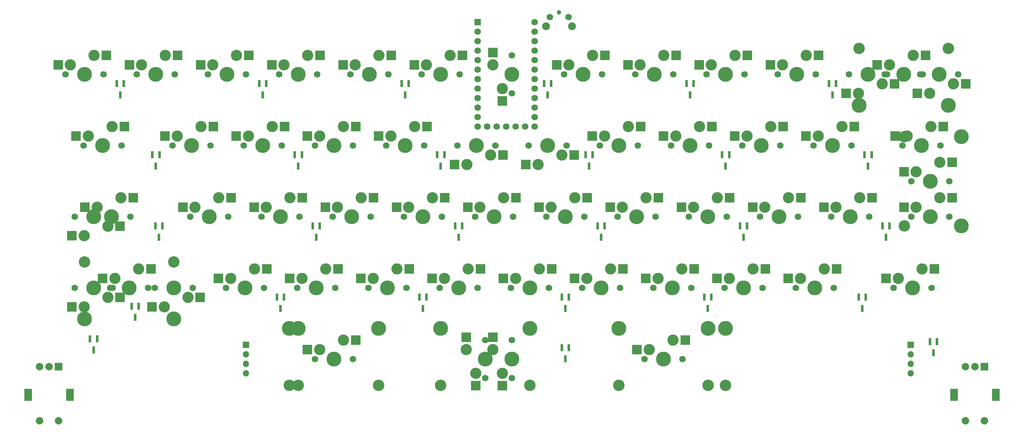
<source format=gbs>
G04 #@! TF.GenerationSoftware,KiCad,Pcbnew,(6.0.1-0)*
G04 #@! TF.CreationDate,2022-02-05T08:33:48-08:00*
G04 #@! TF.ProjectId,sketchy,736b6574-6368-4792-9e6b-696361645f70,1*
G04 #@! TF.SameCoordinates,Original*
G04 #@! TF.FileFunction,Soldermask,Bot*
G04 #@! TF.FilePolarity,Negative*
%FSLAX46Y46*%
G04 Gerber Fmt 4.6, Leading zero omitted, Abs format (unit mm)*
G04 Created by KiCad (PCBNEW (6.0.1-0)) date 2022-02-05 08:33:48*
%MOMM*%
%LPD*%
G01*
G04 APERTURE LIST*
%ADD10C,3.048000*%
%ADD11C,3.000000*%
%ADD12C,3.987800*%
%ADD13C,1.750000*%
%ADD14R,2.500000X2.550000*%
%ADD15R,1.700000X1.700000*%
%ADD16O,1.700000X1.700000*%
%ADD17R,2.000000X2.000000*%
%ADD18C,2.000000*%
%ADD19R,2.000000X3.200000*%
%ADD20R,1.752600X1.752600*%
%ADD21C,1.752600*%
%ADD22R,2.550000X2.500000*%
%ADD23C,1.200000*%
%ADD24C,2.100000*%
%ADD25R,0.800000X1.900000*%
G04 APERTURE END LIST*
D10*
X129349500Y-132397500D03*
X153225500Y-132397500D03*
D11*
X136207500Y-122872500D03*
D12*
X129349500Y-117157500D03*
D13*
X141287500Y-130492500D03*
D11*
X138747500Y-129222500D03*
D12*
X153225500Y-117157500D03*
D13*
X141287500Y-120332500D03*
D12*
X141287500Y-125412500D03*
D14*
X138747500Y-132497500D03*
X136207500Y-119570500D03*
D15*
X255085750Y-121602500D03*
D16*
X255085750Y-124142500D03*
X255085750Y-126682500D03*
X255085750Y-129222500D03*
D17*
X274756250Y-127437500D03*
D18*
X269756250Y-127437500D03*
X272256250Y-127437500D03*
D19*
X277856250Y-134937500D03*
X266656250Y-134937500D03*
D18*
X269756250Y-141937500D03*
X274756250Y-141937500D03*
D17*
X27106250Y-127437500D03*
D18*
X22106250Y-127437500D03*
X24606250Y-127437500D03*
D19*
X30206250Y-134937500D03*
X19006250Y-134937500D03*
D18*
X22106250Y-141937500D03*
X27106250Y-141937500D03*
D15*
X77285750Y-121602500D03*
D16*
X77285750Y-124142500D03*
X77285750Y-126682500D03*
X77285750Y-129222500D03*
D20*
X139223750Y-35242500D03*
D21*
X139223750Y-37782500D03*
X139223750Y-40322500D03*
X139223750Y-42862500D03*
X139223750Y-45402500D03*
X139223750Y-47942500D03*
X139223750Y-50482500D03*
X139223750Y-53022500D03*
X139223750Y-55562500D03*
X139223750Y-58102500D03*
X139223750Y-60642500D03*
X139223750Y-63182500D03*
X154463750Y-63182500D03*
X154463750Y-60642500D03*
X154463750Y-58102500D03*
X154463750Y-55562500D03*
X154463750Y-53022500D03*
X154463750Y-50482500D03*
X154463750Y-47942500D03*
X154463750Y-45402500D03*
X154463750Y-42862500D03*
X154463750Y-40322500D03*
X154463750Y-37782500D03*
X154463750Y-35242500D03*
X141763750Y-63182500D03*
X144303750Y-63182500D03*
X146843750Y-63182500D03*
X149383750Y-63182500D03*
X151923750Y-63182500D03*
D13*
X120173750Y-106362500D03*
X110013750Y-106362500D03*
D11*
X117633750Y-101282500D03*
D12*
X115093750Y-106362500D03*
D11*
X111283750Y-103822500D03*
D22*
X108008750Y-103822500D03*
X120935750Y-101282500D03*
D13*
X148431250Y-130492500D03*
D10*
X205581250Y-132397500D03*
D11*
X143351250Y-122872500D03*
D12*
X148431250Y-125412500D03*
D10*
X91281250Y-132397500D03*
D12*
X205581250Y-117157500D03*
X91281250Y-117157500D03*
D13*
X148431250Y-120332500D03*
D11*
X145891250Y-129222500D03*
D14*
X145891250Y-132497500D03*
X143351250Y-119570500D03*
D13*
X201136250Y-68262500D03*
D11*
X198596250Y-63182500D03*
X192246250Y-65722500D03*
D12*
X196056250Y-68262500D03*
D13*
X190976250Y-68262500D03*
D22*
X188971250Y-65722500D03*
X201898250Y-63182500D03*
D13*
X152876250Y-68262500D03*
X163036250Y-68262500D03*
D11*
X155416250Y-73342500D03*
X161766250Y-70802500D03*
D12*
X157956250Y-68262500D03*
D22*
X165041250Y-70802500D03*
X152114250Y-73342500D03*
D13*
X148431250Y-44132500D03*
D11*
X145891250Y-53022500D03*
D12*
X148431250Y-49212500D03*
D13*
X148431250Y-54292500D03*
D11*
X143351250Y-46672500D03*
D14*
X145891250Y-56297500D03*
X143351250Y-43370500D03*
D11*
X116046250Y-65722500D03*
X122396250Y-63182500D03*
D12*
X119856250Y-68262500D03*
D13*
X114776250Y-68262500D03*
X124936250Y-68262500D03*
D22*
X112771250Y-65722500D03*
X125698250Y-63182500D03*
D11*
X42227500Y-103822500D03*
D10*
X57975500Y-99377500D03*
D12*
X57975500Y-114617500D03*
D13*
X40957500Y-106362500D03*
D12*
X46037500Y-106362500D03*
X34099500Y-114617500D03*
D11*
X48577500Y-101282500D03*
D10*
X34099500Y-99377500D03*
D13*
X51117500Y-106362500D03*
D22*
X38952500Y-103822500D03*
X51879500Y-101282500D03*
D11*
X55403750Y-111442500D03*
D12*
X57943750Y-106362500D03*
D11*
X61753750Y-108902500D03*
D13*
X52863750Y-106362500D03*
X63023750Y-106362500D03*
D22*
X65028750Y-108902500D03*
X52101750Y-111442500D03*
D13*
X81438750Y-87312500D03*
D12*
X86518750Y-87312500D03*
D11*
X89058750Y-82232500D03*
X82708750Y-84772500D03*
D13*
X91598750Y-87312500D03*
D22*
X79433750Y-84772500D03*
X92360750Y-82232500D03*
D13*
X67786250Y-68262500D03*
D11*
X58896250Y-65722500D03*
D13*
X57626250Y-68262500D03*
D11*
X65246250Y-63182500D03*
D12*
X62706250Y-68262500D03*
D22*
X55621250Y-65722500D03*
X68548250Y-63182500D03*
D11*
X170021250Y-44132500D03*
D12*
X167481250Y-49212500D03*
D11*
X163671250Y-46672500D03*
D13*
X162401250Y-49212500D03*
X172561250Y-49212500D03*
D22*
X160396250Y-46672500D03*
X173323250Y-44132500D03*
D10*
X241268250Y-42227500D03*
D13*
X258286250Y-49212500D03*
X248126250Y-49212500D03*
D11*
X249396250Y-46672500D03*
X255746250Y-44132500D03*
D10*
X265144250Y-42227500D03*
D12*
X241268250Y-57467500D03*
X253206250Y-49212500D03*
X265144250Y-57467500D03*
D22*
X246121250Y-46672500D03*
X259048250Y-44132500D03*
D12*
X88868250Y-117157500D03*
D11*
X96996250Y-122872500D03*
X103346250Y-120332500D03*
D10*
X112744250Y-132397500D03*
D12*
X100806250Y-125412500D03*
D10*
X88868250Y-132397500D03*
D13*
X105886250Y-125412500D03*
D12*
X112744250Y-117157500D03*
D13*
X95726250Y-125412500D03*
D22*
X93721250Y-122872500D03*
X106648250Y-120332500D03*
D11*
X187483750Y-103822500D03*
D13*
X196373750Y-106362500D03*
D12*
X191293750Y-106362500D03*
D13*
X186213750Y-106362500D03*
D11*
X193833750Y-101282500D03*
D22*
X184208750Y-103822500D03*
X197135750Y-101282500D03*
D12*
X124618750Y-87312500D03*
D13*
X119538750Y-87312500D03*
D11*
X120808750Y-84772500D03*
D13*
X129698750Y-87312500D03*
D11*
X127158750Y-82232500D03*
D22*
X117533750Y-84772500D03*
X130460750Y-82232500D03*
D12*
X41275000Y-87312500D03*
D11*
X43815000Y-82232500D03*
D13*
X46355000Y-87312500D03*
X36195000Y-87312500D03*
D11*
X37465000Y-84772500D03*
D22*
X34190000Y-84772500D03*
X47117000Y-82232500D03*
D11*
X173196250Y-65722500D03*
D12*
X177006250Y-68262500D03*
D11*
X179546250Y-63182500D03*
D13*
X182086250Y-68262500D03*
X171926250Y-68262500D03*
D22*
X169921250Y-65722500D03*
X182848250Y-63182500D03*
D12*
X176974500Y-117157500D03*
X200850500Y-117157500D03*
D11*
X191452500Y-120332500D03*
D13*
X183832500Y-125412500D03*
D12*
X188912500Y-125412500D03*
D13*
X193992500Y-125412500D03*
D11*
X185102500Y-122872500D03*
D10*
X200850500Y-132397500D03*
X176974500Y-132397500D03*
D22*
X181827500Y-122872500D03*
X194754500Y-120332500D03*
D11*
X136366250Y-73342500D03*
D12*
X138906250Y-68262500D03*
D11*
X142716250Y-70802500D03*
D13*
X143986250Y-68262500D03*
X133826250Y-68262500D03*
D22*
X145991250Y-70802500D03*
X133064250Y-73342500D03*
D11*
X256540000Y-84772500D03*
D13*
X255270000Y-87312500D03*
D11*
X262890000Y-82232500D03*
D12*
X260350000Y-87312500D03*
D13*
X265430000Y-87312500D03*
D22*
X253265000Y-84772500D03*
X266192000Y-82232500D03*
D12*
X134143750Y-106362500D03*
D11*
X130333750Y-103822500D03*
X136683750Y-101282500D03*
D13*
X139223750Y-106362500D03*
X129063750Y-106362500D03*
D22*
X127058750Y-103822500D03*
X139985750Y-101282500D03*
D13*
X76676250Y-68262500D03*
D11*
X77946250Y-65722500D03*
D13*
X86836250Y-68262500D03*
D12*
X81756250Y-68262500D03*
D11*
X84296250Y-63182500D03*
D22*
X74671250Y-65722500D03*
X87598250Y-63182500D03*
D11*
X101758750Y-84772500D03*
D13*
X100488750Y-87312500D03*
D12*
X105568750Y-87312500D03*
D13*
X110648750Y-87312500D03*
D11*
X108108750Y-82232500D03*
D22*
X98483750Y-84772500D03*
X111410750Y-82232500D03*
D13*
X205898750Y-87312500D03*
X195738750Y-87312500D03*
D11*
X197008750Y-84772500D03*
X203358750Y-82232500D03*
D12*
X200818750Y-87312500D03*
D22*
X193733750Y-84772500D03*
X206660750Y-82232500D03*
D12*
X96043750Y-106362500D03*
D13*
X90963750Y-106362500D03*
D11*
X98583750Y-101282500D03*
D13*
X101123750Y-106362500D03*
D11*
X92233750Y-103822500D03*
D22*
X88958750Y-103822500D03*
X101885750Y-101282500D03*
D12*
X268605000Y-89725500D03*
D13*
X265430000Y-77787500D03*
X255270000Y-77787500D03*
D10*
X253365000Y-65849500D03*
D11*
X256540000Y-75247500D03*
D10*
X253365000Y-89725500D03*
D11*
X262890000Y-72707500D03*
D12*
X268605000Y-65849500D03*
X260350000Y-77787500D03*
D22*
X253265000Y-75247500D03*
X266192000Y-72707500D03*
D11*
X220821250Y-46672500D03*
X227171250Y-44132500D03*
D12*
X224631250Y-49212500D03*
D13*
X229711250Y-49212500D03*
X219551250Y-49212500D03*
D22*
X217546250Y-46672500D03*
X230473250Y-44132500D03*
D11*
X212883750Y-101282500D03*
D13*
X215423750Y-106362500D03*
X205263750Y-106362500D03*
D11*
X206533750Y-103822500D03*
D12*
X210343750Y-106362500D03*
D22*
X203258750Y-103822500D03*
X216185750Y-101282500D03*
D13*
X48101250Y-49212500D03*
D11*
X55721250Y-44132500D03*
D13*
X58261250Y-49212500D03*
D11*
X49371250Y-46672500D03*
D12*
X53181250Y-49212500D03*
D22*
X46096250Y-46672500D03*
X59023250Y-44132500D03*
D11*
X73183750Y-103822500D03*
D12*
X76993750Y-106362500D03*
D13*
X71913750Y-106362500D03*
D11*
X79533750Y-101282500D03*
D13*
X82073750Y-106362500D03*
D22*
X69908750Y-103822500D03*
X82835750Y-101282500D03*
D12*
X72231250Y-49212500D03*
D11*
X74771250Y-44132500D03*
D13*
X67151250Y-49212500D03*
D11*
X68421250Y-46672500D03*
D13*
X77311250Y-49212500D03*
D22*
X65146250Y-46672500D03*
X78073250Y-44132500D03*
D11*
X189071250Y-44132500D03*
D13*
X181451250Y-49212500D03*
D12*
X186531250Y-49212500D03*
D11*
X182721250Y-46672500D03*
D13*
X191611250Y-49212500D03*
D22*
X179446250Y-46672500D03*
X192373250Y-44132500D03*
D11*
X260191250Y-54292500D03*
X266541250Y-51752500D03*
D13*
X267811250Y-49212500D03*
D12*
X262731250Y-49212500D03*
D13*
X257651250Y-49212500D03*
D22*
X269816250Y-51752500D03*
X256889250Y-54292500D03*
D11*
X36671250Y-44132500D03*
D13*
X29051250Y-49212500D03*
D12*
X34131250Y-49212500D03*
D11*
X30321250Y-46672500D03*
D13*
X39211250Y-49212500D03*
D22*
X27046250Y-46672500D03*
X39973250Y-44132500D03*
D13*
X220186250Y-68262500D03*
D11*
X211296250Y-65722500D03*
X217646250Y-63182500D03*
D12*
X215106250Y-68262500D03*
D13*
X210026250Y-68262500D03*
D22*
X208021250Y-65722500D03*
X220948250Y-63182500D03*
D13*
X234473750Y-106362500D03*
D11*
X231933750Y-101282500D03*
D13*
X224313750Y-106362500D03*
D11*
X225583750Y-103822500D03*
D12*
X229393750Y-106362500D03*
D22*
X222308750Y-103822500D03*
X235235750Y-101282500D03*
D11*
X63658750Y-84772500D03*
D13*
X62388750Y-87312500D03*
X72548750Y-87312500D03*
D11*
X70008750Y-82232500D03*
D12*
X67468750Y-87312500D03*
D22*
X60383750Y-84772500D03*
X73310750Y-82232500D03*
D11*
X216058750Y-84772500D03*
D12*
X219868750Y-87312500D03*
D11*
X222408750Y-82232500D03*
D13*
X214788750Y-87312500D03*
X224948750Y-87312500D03*
D22*
X212783750Y-84772500D03*
X225710750Y-82232500D03*
D12*
X257968750Y-68262500D03*
D13*
X263048750Y-68262500D03*
D11*
X260508750Y-63182500D03*
D13*
X252888750Y-68262500D03*
D11*
X254158750Y-65722500D03*
D22*
X250883750Y-65722500D03*
X263810750Y-63182500D03*
D13*
X200501250Y-49212500D03*
D11*
X208121250Y-44132500D03*
X201771250Y-46672500D03*
D12*
X205581250Y-49212500D03*
D13*
X210661250Y-49212500D03*
D22*
X198496250Y-46672500D03*
X211423250Y-44132500D03*
D13*
X41592500Y-87312500D03*
D12*
X36512500Y-87312500D03*
D13*
X31432500Y-87312500D03*
D11*
X40322500Y-89852500D03*
X33972500Y-92392500D03*
D22*
X43597500Y-89852500D03*
X30670500Y-92392500D03*
D11*
X177958750Y-84772500D03*
D13*
X186848750Y-87312500D03*
D11*
X184308750Y-82232500D03*
D13*
X176688750Y-87312500D03*
D12*
X181768750Y-87312500D03*
D22*
X174683750Y-84772500D03*
X187610750Y-82232500D03*
D12*
X243681250Y-49212500D03*
D11*
X241141250Y-54292500D03*
D13*
X238601250Y-49212500D03*
D11*
X247491250Y-51752500D03*
D13*
X248761250Y-49212500D03*
D22*
X250766250Y-51752500D03*
X237839250Y-54292500D03*
D11*
X149383750Y-103822500D03*
D13*
X148113750Y-106362500D03*
X158273750Y-106362500D03*
D11*
X155733750Y-101282500D03*
D12*
X153193750Y-106362500D03*
D22*
X146108750Y-103822500D03*
X159035750Y-101282500D03*
D13*
X167798750Y-87312500D03*
D11*
X158908750Y-84772500D03*
D12*
X162718750Y-87312500D03*
D11*
X165258750Y-82232500D03*
D13*
X157638750Y-87312500D03*
D22*
X155633750Y-84772500D03*
X168560750Y-82232500D03*
D13*
X250507500Y-106362500D03*
D11*
X258127500Y-101282500D03*
X251777500Y-103822500D03*
D12*
X255587500Y-106362500D03*
D13*
X260667500Y-106362500D03*
D22*
X248502500Y-103822500D03*
X261429500Y-101282500D03*
D11*
X35083750Y-65722500D03*
X41433750Y-63182500D03*
D12*
X38893750Y-68262500D03*
D13*
X43973750Y-68262500D03*
X33813750Y-68262500D03*
D22*
X31808750Y-65722500D03*
X44735750Y-63182500D03*
D11*
X33972500Y-111442500D03*
D12*
X36512500Y-106362500D03*
D11*
X40322500Y-108902500D03*
D13*
X31432500Y-106362500D03*
X41592500Y-106362500D03*
D22*
X43597500Y-108902500D03*
X30670500Y-111442500D03*
D11*
X93821250Y-44132500D03*
D12*
X91281250Y-49212500D03*
D11*
X87471250Y-46672500D03*
D13*
X96361250Y-49212500D03*
X86201250Y-49212500D03*
D22*
X84196250Y-46672500D03*
X97123250Y-44132500D03*
D12*
X129381250Y-49212500D03*
D13*
X124301250Y-49212500D03*
D11*
X125571250Y-46672500D03*
X131921250Y-44132500D03*
D13*
X134461250Y-49212500D03*
D22*
X122296250Y-46672500D03*
X135223250Y-44132500D03*
D11*
X146208750Y-82232500D03*
D13*
X148748750Y-87312500D03*
D12*
X143668750Y-87312500D03*
D13*
X138588750Y-87312500D03*
D11*
X139858750Y-84772500D03*
D22*
X136583750Y-84772500D03*
X149510750Y-82232500D03*
D12*
X238918750Y-87312500D03*
D11*
X241458750Y-82232500D03*
X235108750Y-84772500D03*
D13*
X243998750Y-87312500D03*
X233838750Y-87312500D03*
D22*
X231833750Y-84772500D03*
X244760750Y-82232500D03*
D13*
X229076250Y-68262500D03*
X239236250Y-68262500D03*
D11*
X236696250Y-63182500D03*
X230346250Y-65722500D03*
D12*
X234156250Y-68262500D03*
D22*
X227071250Y-65722500D03*
X239998250Y-63182500D03*
D11*
X168433750Y-103822500D03*
D13*
X167163750Y-106362500D03*
D11*
X174783750Y-101282500D03*
D13*
X177323750Y-106362500D03*
D12*
X172243750Y-106362500D03*
D22*
X165158750Y-103822500D03*
X178085750Y-101282500D03*
D11*
X96996250Y-65722500D03*
D13*
X95726250Y-68262500D03*
X105886250Y-68262500D03*
D11*
X103346250Y-63182500D03*
D12*
X100806250Y-68262500D03*
D22*
X93721250Y-65722500D03*
X106648250Y-63182500D03*
D11*
X106521250Y-46672500D03*
D12*
X110331250Y-49212500D03*
D11*
X112871250Y-44132500D03*
D13*
X105251250Y-49212500D03*
X115411250Y-49212500D03*
D22*
X103246250Y-46672500D03*
X116173250Y-44132500D03*
D23*
X161012500Y-32633750D03*
D24*
X164512500Y-36333750D03*
X157502500Y-36333750D03*
D13*
X163512500Y-33843750D03*
X158512500Y-33843750D03*
D25*
X42706250Y-51681250D03*
X44606250Y-51681250D03*
X43656250Y-54681250D03*
X80806250Y-51681250D03*
X82706250Y-51681250D03*
X81756250Y-54681250D03*
X195106250Y-51681250D03*
X197006250Y-51681250D03*
X196056250Y-54681250D03*
X247493750Y-89781250D03*
X249393750Y-89781250D03*
X248443750Y-92781250D03*
X46675000Y-111212500D03*
X48575000Y-111212500D03*
X47625000Y-114212500D03*
X53025000Y-89781250D03*
X54925000Y-89781250D03*
X53975000Y-92781250D03*
X161768750Y-122325000D03*
X163668750Y-122325000D03*
X162718750Y-125325000D03*
X157006250Y-51681250D03*
X158906250Y-51681250D03*
X157956250Y-54681250D03*
X123668750Y-108831250D03*
X125568750Y-108831250D03*
X124618750Y-111831250D03*
X199868750Y-108831250D03*
X201768750Y-108831250D03*
X200818750Y-111831250D03*
X133193750Y-89781250D03*
X135093750Y-89781250D03*
X134143750Y-92781250D03*
X52231250Y-70731250D03*
X54131250Y-70731250D03*
X53181250Y-73731250D03*
X260193750Y-120737500D03*
X262093750Y-120737500D03*
X261143750Y-123737500D03*
X35562500Y-119943750D03*
X37462500Y-119943750D03*
X36512500Y-122943750D03*
X204631250Y-70731250D03*
X206531250Y-70731250D03*
X205581250Y-73731250D03*
X171293750Y-89781250D03*
X173193750Y-89781250D03*
X172243750Y-92781250D03*
X95093750Y-89781250D03*
X96993750Y-89781250D03*
X96043750Y-92781250D03*
X128431250Y-70731250D03*
X130331250Y-70731250D03*
X129381250Y-73731250D03*
X241143750Y-108831250D03*
X243043750Y-108831250D03*
X242093750Y-111831250D03*
X233206250Y-51681250D03*
X235106250Y-51681250D03*
X234156250Y-54681250D03*
X85568750Y-108831250D03*
X87468750Y-108831250D03*
X86518750Y-111831250D03*
X118906250Y-51681250D03*
X120806250Y-51681250D03*
X119856250Y-54681250D03*
X168118750Y-70731250D03*
X170018750Y-70731250D03*
X169068750Y-73731250D03*
X90331250Y-70731250D03*
X92231250Y-70731250D03*
X91281250Y-73731250D03*
X161768750Y-108831250D03*
X163668750Y-108831250D03*
X162718750Y-111831250D03*
X209393750Y-89781250D03*
X211293750Y-89781250D03*
X210343750Y-92781250D03*
X242731250Y-70731250D03*
X244631250Y-70731250D03*
X243681250Y-73731250D03*
M02*

</source>
